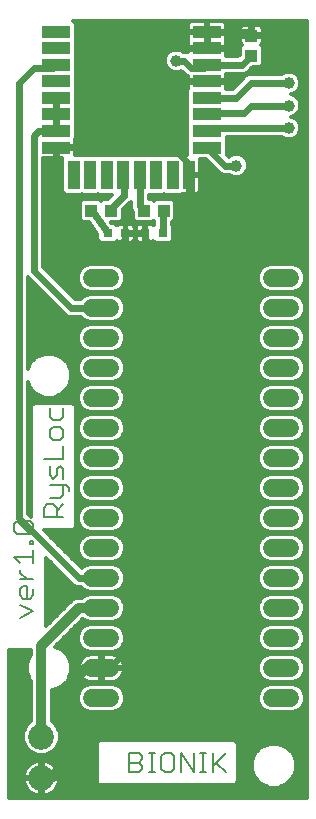
<source format=gtl>
G75*
%MOIN*%
%OFA0B0*%
%FSLAX24Y24*%
%IPPOS*%
%LPD*%
%AMOC8*
5,1,8,0,0,1.08239X$1,22.5*
%
%ADD10C,0.0060*%
%ADD11R,0.0965X0.0394*%
%ADD12R,0.0394X0.0965*%
%ADD13C,0.0600*%
%ADD14R,0.0433X0.0394*%
%ADD15R,0.0394X0.0433*%
%ADD16R,0.0315X0.0315*%
%ADD17C,0.0860*%
%ADD18C,0.0120*%
%ADD19C,0.0240*%
%ADD20C,0.0320*%
%ADD21C,0.0396*%
D10*
X001561Y006355D02*
X001989Y006568D01*
X001561Y006782D01*
X001668Y006999D02*
X001561Y007106D01*
X001561Y007319D01*
X001668Y007426D01*
X001775Y007426D01*
X001775Y006999D01*
X001882Y006999D02*
X001668Y006999D01*
X001882Y006999D02*
X001989Y007106D01*
X001989Y007319D01*
X001989Y007644D02*
X001561Y007644D01*
X001561Y007857D02*
X001561Y007964D01*
X001561Y007857D02*
X001775Y007644D01*
X001989Y008181D02*
X001989Y008608D01*
X001989Y008394D02*
X001348Y008394D01*
X001561Y008181D01*
X001882Y008825D02*
X001882Y008932D01*
X001989Y008932D01*
X001989Y008825D01*
X001882Y008825D01*
X001882Y009148D02*
X001455Y009575D01*
X001882Y009575D01*
X001989Y009468D01*
X001989Y009254D01*
X001882Y009148D01*
X001455Y009148D01*
X001348Y009254D01*
X001348Y009468D01*
X001455Y009575D01*
X002348Y009710D02*
X002348Y010030D01*
X002455Y010137D01*
X002668Y010137D01*
X002775Y010030D01*
X002775Y009710D01*
X002775Y009924D02*
X002989Y010137D01*
X002882Y010355D02*
X002989Y010461D01*
X002989Y010782D01*
X003095Y010782D02*
X003202Y010675D01*
X003202Y010568D01*
X003095Y010782D02*
X002561Y010782D01*
X002668Y010999D02*
X002561Y011106D01*
X002561Y011426D01*
X002775Y011106D02*
X002668Y010999D01*
X002775Y011106D02*
X002775Y011319D01*
X002882Y011426D01*
X002989Y011319D01*
X002989Y010999D01*
X002989Y011644D02*
X002989Y012071D01*
X002882Y012288D02*
X002989Y012395D01*
X002989Y012608D01*
X002882Y012715D01*
X002668Y012715D01*
X002561Y012608D01*
X002561Y012395D01*
X002668Y012288D01*
X002882Y012288D01*
X002882Y012933D02*
X002668Y012933D01*
X002561Y013040D01*
X002561Y013360D01*
X002882Y012933D02*
X002989Y013040D01*
X002989Y013360D01*
X002989Y011644D02*
X002348Y011644D01*
X002561Y010355D02*
X002882Y010355D01*
X002989Y009710D02*
X002348Y009710D01*
X005193Y001851D02*
X005513Y001851D01*
X005620Y001744D01*
X005620Y001637D01*
X005513Y001530D01*
X005193Y001530D01*
X005193Y001210D02*
X005193Y001851D01*
X005513Y001530D02*
X005620Y001424D01*
X005620Y001317D01*
X005513Y001210D01*
X005193Y001210D01*
X005838Y001210D02*
X006051Y001210D01*
X005944Y001210D02*
X005944Y001851D01*
X005838Y001851D02*
X006051Y001851D01*
X006267Y001744D02*
X006267Y001317D01*
X006374Y001210D01*
X006588Y001210D01*
X006694Y001317D01*
X006694Y001744D01*
X006588Y001851D01*
X006374Y001851D01*
X006267Y001744D01*
X006912Y001851D02*
X006912Y001210D01*
X007339Y001210D02*
X006912Y001851D01*
X007339Y001851D02*
X007339Y001210D01*
X007556Y001210D02*
X007770Y001210D01*
X007663Y001210D02*
X007663Y001851D01*
X007556Y001851D02*
X007770Y001851D01*
X007986Y001851D02*
X007986Y001210D01*
X007986Y001424D02*
X008413Y001851D01*
X008093Y001530D02*
X008413Y001210D01*
D11*
X007788Y022030D03*
X007788Y022582D03*
X007788Y023133D03*
X007788Y023684D03*
X007788Y024235D03*
X007788Y024786D03*
X007788Y025337D03*
X007788Y025889D03*
X002749Y025889D03*
X002749Y025337D03*
X002749Y024786D03*
X002749Y024235D03*
X002749Y023684D03*
X002749Y023133D03*
X002749Y022582D03*
X002749Y022030D03*
D12*
X003339Y021127D03*
X003891Y021127D03*
X004442Y021127D03*
X004993Y021127D03*
X005544Y021127D03*
X006095Y021127D03*
X006646Y021127D03*
X007198Y021127D03*
D13*
X004569Y017680D02*
X003969Y017680D01*
X003969Y016680D02*
X004569Y016680D01*
X004569Y015680D02*
X003969Y015680D01*
X003969Y014680D02*
X004569Y014680D01*
X004569Y013680D02*
X003969Y013680D01*
X003969Y012680D02*
X004569Y012680D01*
X004569Y011680D02*
X003969Y011680D01*
X003969Y010680D02*
X004569Y010680D01*
X004569Y009680D02*
X003969Y009680D01*
X003969Y008680D02*
X004569Y008680D01*
X004569Y007680D02*
X003969Y007680D01*
X003969Y006680D02*
X004569Y006680D01*
X004569Y005680D02*
X003969Y005680D01*
X003969Y004680D02*
X004569Y004680D01*
X004569Y003680D02*
X003969Y003680D01*
X009969Y003680D02*
X010569Y003680D01*
X010569Y004680D02*
X009969Y004680D01*
X009969Y005680D02*
X010569Y005680D01*
X010569Y006680D02*
X009969Y006680D01*
X009969Y007680D02*
X010569Y007680D01*
X010569Y008680D02*
X009969Y008680D01*
X009969Y009680D02*
X010569Y009680D01*
X010569Y010680D02*
X009969Y010680D01*
X009969Y011680D02*
X010569Y011680D01*
X010569Y012680D02*
X009969Y012680D01*
X009969Y013680D02*
X010569Y013680D01*
X010569Y014680D02*
X009969Y014680D01*
X009969Y015680D02*
X010569Y015680D01*
X010569Y016680D02*
X009969Y016680D01*
X009969Y017680D02*
X010569Y017680D01*
D14*
X009269Y025095D03*
X009269Y025765D03*
D15*
X006353Y019930D03*
X005684Y019930D03*
X004603Y019930D03*
X003934Y019930D03*
D16*
X004473Y019180D03*
X005064Y019180D03*
X005723Y019180D03*
X006314Y019180D03*
D17*
X002269Y002389D03*
X002269Y001011D03*
D18*
X001199Y000360D02*
X001199Y005267D01*
X001929Y005267D01*
X001929Y005124D01*
X001899Y005094D01*
X001787Y004825D01*
X001787Y004535D01*
X001899Y004266D01*
X001929Y004236D01*
X001929Y002908D01*
X001923Y002906D01*
X001751Y002734D01*
X001659Y002510D01*
X001659Y002267D01*
X001751Y002043D01*
X001923Y001872D01*
X002147Y001779D01*
X002390Y001779D01*
X002614Y001872D01*
X002786Y002043D01*
X002879Y002267D01*
X002879Y002510D01*
X002786Y002734D01*
X002614Y002906D01*
X002609Y002908D01*
X002609Y003949D01*
X002664Y003949D01*
X002933Y004060D01*
X003138Y004266D01*
X003250Y004535D01*
X003250Y004825D01*
X003138Y005094D01*
X002933Y005300D01*
X002711Y005392D01*
X003645Y006325D01*
X003697Y006273D01*
X003873Y006200D01*
X004664Y006200D01*
X004840Y006273D01*
X004975Y006408D01*
X005049Y006585D01*
X005049Y006775D01*
X004975Y006952D01*
X004840Y007087D01*
X004664Y007160D01*
X003873Y007160D01*
X003697Y007087D01*
X003630Y007020D01*
X003451Y007020D01*
X003326Y006968D01*
X003230Y006873D01*
X002432Y006074D01*
X002432Y008342D01*
X003264Y007510D01*
X003349Y007426D01*
X003459Y007380D01*
X003590Y007380D01*
X003697Y007273D01*
X003873Y007200D01*
X004664Y007200D01*
X004840Y007273D01*
X004975Y007408D01*
X005049Y007585D01*
X005049Y007775D01*
X004975Y007952D01*
X004840Y008087D01*
X004664Y008160D01*
X003873Y008160D01*
X003697Y008087D01*
X003616Y008007D01*
X002356Y009267D01*
X003264Y009267D01*
X003287Y009270D01*
X003310Y009276D01*
X003332Y009285D01*
X003352Y009297D01*
X003371Y009311D01*
X003387Y009328D01*
X003402Y009346D01*
X003414Y009367D01*
X003423Y009389D01*
X003429Y009411D01*
X003432Y009435D01*
X003432Y013344D01*
X003429Y013368D01*
X003423Y013391D01*
X003414Y013412D01*
X003402Y013433D01*
X003387Y013452D01*
X003371Y013468D01*
X003352Y013483D01*
X003332Y013494D01*
X003310Y013503D01*
X003287Y013509D01*
X003264Y013513D01*
X002073Y013513D01*
X002050Y013509D01*
X002027Y013503D01*
X002005Y013494D01*
X001985Y013483D01*
X001966Y013468D01*
X001950Y013452D01*
X001935Y013433D01*
X001923Y013412D01*
X001914Y013391D01*
X001908Y013368D01*
X001905Y013344D01*
X001905Y009718D01*
X001819Y009804D01*
X001819Y014209D01*
X001899Y014016D01*
X002104Y013810D01*
X002373Y013699D01*
X002664Y013699D01*
X002933Y013810D01*
X003138Y014016D01*
X003250Y014285D01*
X003250Y014575D01*
X003138Y014844D01*
X002933Y015050D01*
X002664Y015161D01*
X002373Y015161D01*
X002104Y015050D01*
X001899Y014844D01*
X001819Y014651D01*
X001819Y017706D01*
X003014Y016510D01*
X003099Y016426D01*
X003209Y016380D01*
X003590Y016380D01*
X003697Y016273D01*
X003873Y016200D01*
X004664Y016200D01*
X004840Y016273D01*
X004975Y016408D01*
X005049Y016585D01*
X005049Y016775D01*
X004975Y016952D01*
X004840Y017087D01*
X004664Y017160D01*
X003873Y017160D01*
X003697Y017087D01*
X003590Y016980D01*
X003393Y016980D01*
X002319Y018054D01*
X002319Y021674D01*
X002710Y021674D01*
X002710Y021992D01*
X002787Y021992D01*
X002787Y021674D01*
X002963Y021674D01*
X002963Y020570D01*
X003068Y020465D01*
X003611Y020465D01*
X003615Y020469D01*
X003619Y020465D01*
X004162Y020465D01*
X004166Y020469D01*
X004170Y020465D01*
X004629Y020465D01*
X004491Y020327D01*
X004332Y020327D01*
X004269Y020263D01*
X004205Y020327D01*
X003662Y020327D01*
X003557Y020221D01*
X003557Y019639D01*
X003662Y019533D01*
X003858Y019533D01*
X004136Y019138D01*
X004136Y018948D01*
X004241Y018843D01*
X004705Y018843D01*
X004783Y018920D01*
X004808Y018894D01*
X004845Y018873D01*
X004885Y018863D01*
X005045Y018863D01*
X005045Y019161D01*
X005083Y019161D01*
X005083Y019199D01*
X005381Y019199D01*
X005381Y019359D01*
X005370Y019399D01*
X005349Y019436D01*
X005320Y019466D01*
X005283Y019487D01*
X005242Y019497D01*
X005083Y019497D01*
X005083Y019199D01*
X005045Y019199D01*
X005045Y019497D01*
X004885Y019497D01*
X004845Y019487D01*
X004808Y019466D01*
X004783Y019440D01*
X004705Y019517D01*
X004603Y019517D01*
X004591Y019533D01*
X004875Y019533D01*
X004980Y019639D01*
X004980Y019967D01*
X005188Y020176D01*
X005244Y020231D01*
X005244Y020010D01*
X005290Y019900D01*
X005307Y019883D01*
X005307Y019639D01*
X005412Y019533D01*
X005955Y019533D01*
X006014Y019592D01*
X006014Y019450D01*
X006004Y019440D01*
X005979Y019466D01*
X005942Y019487D01*
X005902Y019497D01*
X005742Y019497D01*
X005742Y019199D01*
X005704Y019199D01*
X005704Y019161D01*
X005406Y019161D01*
X005406Y019001D01*
X005417Y018961D01*
X005438Y018924D01*
X005468Y018894D01*
X005504Y018873D01*
X005545Y018863D01*
X005704Y018863D01*
X005704Y019161D01*
X005742Y019161D01*
X005742Y018863D01*
X005902Y018863D01*
X005942Y018873D01*
X005979Y018894D01*
X006004Y018920D01*
X006082Y018843D01*
X006546Y018843D01*
X006651Y018948D01*
X006651Y019412D01*
X006614Y019450D01*
X006614Y019533D01*
X006625Y019533D01*
X006730Y019639D01*
X006730Y020221D01*
X006625Y020327D01*
X006082Y020327D01*
X006019Y020263D01*
X005955Y020327D01*
X005844Y020327D01*
X005844Y020465D01*
X006367Y020465D01*
X006371Y020469D01*
X006375Y020465D01*
X006918Y020465D01*
X006947Y020493D01*
X006980Y020485D01*
X007159Y020485D01*
X007159Y021088D01*
X007236Y021088D01*
X007236Y020485D01*
X007416Y020485D01*
X007456Y020495D01*
X007493Y020517D01*
X007523Y020546D01*
X007544Y020583D01*
X007554Y020624D01*
X007554Y021088D01*
X007236Y021088D01*
X007236Y021165D01*
X007554Y021165D01*
X007554Y021630D01*
X007548Y021654D01*
X007741Y021654D01*
X008219Y021176D01*
X008329Y021130D01*
X008534Y021130D01*
X008554Y021109D01*
X008693Y021052D01*
X008844Y021052D01*
X008983Y021109D01*
X009089Y021216D01*
X009147Y021355D01*
X009147Y021505D01*
X009089Y021644D01*
X008983Y021751D01*
X008844Y021808D01*
X008693Y021808D01*
X008554Y021751D01*
X008534Y021730D01*
X008513Y021730D01*
X008450Y021792D01*
X008450Y022302D01*
X010443Y022302D01*
X010594Y022302D01*
X011109Y022302D01*
X011109Y022184D02*
X008450Y022184D01*
X008450Y022302D02*
X008446Y022306D01*
X008450Y022310D01*
X008450Y022380D01*
X010284Y022380D01*
X010304Y022359D01*
X010443Y022302D01*
X010594Y022302D02*
X010733Y022359D01*
X010839Y022466D01*
X010897Y022605D01*
X010897Y022755D01*
X010839Y022894D01*
X010733Y023001D01*
X010601Y023055D01*
X010733Y023109D01*
X010839Y023216D01*
X010897Y023355D01*
X010897Y023505D01*
X010839Y023644D01*
X010733Y023751D01*
X010601Y023805D01*
X010733Y023859D01*
X010839Y023966D01*
X010897Y024105D01*
X010897Y024255D01*
X010839Y024394D01*
X010733Y024501D01*
X010594Y024558D01*
X010443Y024558D01*
X010304Y024501D01*
X010284Y024480D01*
X009209Y024480D01*
X009099Y024434D01*
X008644Y023980D01*
X008426Y023980D01*
X008422Y023984D01*
X008430Y024017D01*
X008430Y024197D01*
X007827Y024197D01*
X007827Y024274D01*
X008430Y024274D01*
X008430Y024453D01*
X008422Y024486D01*
X009019Y024486D01*
X009129Y024532D01*
X009316Y024719D01*
X009560Y024719D01*
X009665Y024824D01*
X009665Y025367D01*
X009588Y025444D01*
X009613Y025470D01*
X009634Y025506D01*
X009645Y025547D01*
X009645Y025726D01*
X009307Y025726D01*
X009307Y025803D01*
X009645Y025803D01*
X009645Y025983D01*
X009634Y026023D01*
X009613Y026060D01*
X009583Y026090D01*
X009547Y026111D01*
X009506Y026121D01*
X009307Y026121D01*
X009307Y025803D01*
X009230Y025803D01*
X009230Y025726D01*
X008892Y025726D01*
X008892Y025547D01*
X008903Y025506D01*
X008924Y025470D01*
X008949Y025444D01*
X008872Y025367D01*
X008872Y025123D01*
X008835Y025086D01*
X008422Y025086D01*
X008422Y025087D01*
X008430Y025120D01*
X008430Y025299D01*
X007827Y025299D01*
X007827Y025376D01*
X008430Y025376D01*
X008430Y025555D01*
X008420Y025596D01*
X008410Y025613D01*
X008420Y025630D01*
X008430Y025671D01*
X008430Y025850D01*
X007827Y025850D01*
X007827Y025927D01*
X008430Y025927D01*
X008430Y026107D01*
X008420Y026147D01*
X008399Y026184D01*
X008369Y026214D01*
X008332Y026235D01*
X008292Y026246D01*
X007827Y026246D01*
X007827Y025927D01*
X007750Y025927D01*
X007750Y026246D01*
X007285Y026246D01*
X007244Y026235D01*
X007208Y026214D01*
X007178Y026184D01*
X007157Y026147D01*
X007146Y026107D01*
X007146Y025927D01*
X007750Y025927D01*
X007750Y025850D01*
X007827Y025850D01*
X007827Y025532D01*
X007827Y025376D01*
X007750Y025376D01*
X007750Y025850D01*
X007146Y025850D01*
X007146Y025671D01*
X007157Y025630D01*
X007167Y025613D01*
X007157Y025596D01*
X007146Y025555D01*
X007146Y025376D01*
X007750Y025376D01*
X007750Y025299D01*
X007146Y025299D01*
X007146Y025202D01*
X007078Y025230D01*
X007003Y025230D01*
X006983Y025251D01*
X006844Y025308D01*
X006693Y025308D01*
X006554Y025251D01*
X006448Y025144D01*
X006390Y025005D01*
X006390Y024855D01*
X006448Y024716D01*
X006554Y024609D01*
X006693Y024552D01*
X006844Y024552D01*
X006935Y024590D01*
X007014Y024510D01*
X007099Y024426D01*
X007146Y024406D01*
X007146Y024274D01*
X007750Y024274D01*
X007750Y024197D01*
X007146Y024197D01*
X007146Y024017D01*
X007155Y023984D01*
X007126Y023955D01*
X007126Y023413D01*
X007130Y023408D01*
X007126Y023404D01*
X007126Y022861D01*
X007130Y022857D01*
X007126Y022853D01*
X007126Y022310D01*
X007130Y022306D01*
X007126Y022302D01*
X003403Y022302D01*
X003411Y022310D02*
X003411Y022853D01*
X003407Y022857D01*
X003411Y022861D01*
X003411Y023404D01*
X003407Y023408D01*
X003411Y023413D01*
X003411Y023955D01*
X003407Y023960D01*
X003411Y023964D01*
X003411Y024507D01*
X003407Y024511D01*
X003411Y024515D01*
X003411Y025058D01*
X003407Y025062D01*
X003411Y025066D01*
X003411Y025609D01*
X003407Y025613D01*
X003411Y025617D01*
X003411Y026160D01*
X003325Y026246D01*
X011109Y026246D01*
X011109Y000360D01*
X001199Y000360D01*
X001199Y000380D02*
X011109Y000380D01*
X011109Y000498D02*
X002562Y000498D01*
X002578Y000506D02*
X002653Y000561D01*
X002719Y000626D01*
X002773Y000701D01*
X002815Y000784D01*
X002844Y000873D01*
X002859Y000964D01*
X002859Y000972D01*
X004105Y000972D01*
X004105Y000935D02*
X004108Y000911D01*
X004114Y000889D01*
X004123Y000867D01*
X004135Y000846D01*
X004150Y000828D01*
X004166Y000811D01*
X004185Y000797D01*
X004205Y000785D01*
X004227Y000776D01*
X004250Y000770D01*
X004273Y000767D01*
X008647Y000767D01*
X008670Y000770D01*
X008693Y000776D01*
X008715Y000785D01*
X008735Y000797D01*
X008754Y000811D01*
X008771Y000828D01*
X008785Y000846D01*
X008797Y000867D01*
X008806Y000889D01*
X008812Y000911D01*
X008815Y000935D01*
X008815Y002125D01*
X008812Y002149D01*
X008806Y002171D01*
X008797Y002193D01*
X008785Y002214D01*
X008771Y002232D01*
X008754Y002249D01*
X008735Y002263D01*
X008715Y002275D01*
X008693Y002284D01*
X008670Y002290D01*
X008647Y002293D01*
X004273Y002293D01*
X004250Y002290D01*
X004227Y002284D01*
X004205Y002275D01*
X004185Y002263D01*
X004166Y002249D01*
X004150Y002232D01*
X004135Y002214D01*
X004123Y002193D01*
X004114Y002171D01*
X004108Y002149D01*
X004105Y002125D01*
X004105Y000935D01*
X004131Y000854D02*
X002838Y000854D01*
X002859Y000972D02*
X002307Y000972D01*
X002230Y000972D01*
X002307Y000972D01*
X002307Y000421D01*
X002315Y000421D01*
X002407Y000435D01*
X002495Y000464D01*
X002578Y000506D01*
X002709Y000617D02*
X011109Y000617D01*
X011109Y000735D02*
X010251Y000735D01*
X010164Y000699D02*
X010433Y000810D01*
X010638Y001016D01*
X010750Y001285D01*
X010750Y001575D01*
X010638Y001844D01*
X010433Y002050D01*
X010164Y002161D01*
X009873Y002161D01*
X009604Y002050D01*
X009399Y001844D01*
X009287Y001575D01*
X009287Y001285D01*
X009399Y001016D01*
X009604Y000810D01*
X009873Y000699D01*
X010164Y000699D01*
X010476Y000854D02*
X011109Y000854D01*
X011109Y000972D02*
X010595Y000972D01*
X010669Y001091D02*
X011109Y001091D01*
X011109Y001209D02*
X010718Y001209D01*
X010750Y001328D02*
X011109Y001328D01*
X011109Y001446D02*
X010750Y001446D01*
X010750Y001565D02*
X011109Y001565D01*
X011109Y001683D02*
X010705Y001683D01*
X010656Y001802D02*
X011109Y001802D01*
X011109Y001920D02*
X010563Y001920D01*
X010444Y002039D02*
X011109Y002039D01*
X011109Y002157D02*
X010174Y002157D01*
X009863Y002157D02*
X008810Y002157D01*
X008815Y002039D02*
X009593Y002039D01*
X009474Y001920D02*
X008815Y001920D01*
X008815Y001802D02*
X009381Y001802D01*
X009332Y001683D02*
X008815Y001683D01*
X008815Y001565D02*
X009287Y001565D01*
X009287Y001446D02*
X008815Y001446D01*
X008815Y001328D02*
X009287Y001328D01*
X009319Y001209D02*
X008815Y001209D01*
X008815Y001091D02*
X009368Y001091D01*
X009442Y000972D02*
X008815Y000972D01*
X008789Y000854D02*
X009561Y000854D01*
X009786Y000735D02*
X002790Y000735D01*
X002859Y001049D02*
X002859Y001057D01*
X002844Y001149D01*
X002815Y001237D01*
X002773Y001320D01*
X002719Y001395D01*
X002653Y001461D01*
X002578Y001515D01*
X002495Y001557D01*
X002407Y001586D01*
X002315Y001601D01*
X002307Y001601D01*
X002307Y001049D01*
X002859Y001049D01*
X002853Y001091D02*
X004105Y001091D01*
X004105Y001209D02*
X002824Y001209D01*
X002768Y001328D02*
X004105Y001328D01*
X004105Y001446D02*
X002668Y001446D01*
X002473Y001565D02*
X004105Y001565D01*
X004105Y001683D02*
X001199Y001683D01*
X001199Y001565D02*
X002064Y001565D01*
X002042Y001557D02*
X001959Y001515D01*
X001884Y001461D01*
X001818Y001395D01*
X001764Y001320D01*
X001722Y001237D01*
X001693Y001149D01*
X001679Y001057D01*
X001679Y001049D01*
X002230Y001049D01*
X002230Y000972D01*
X002230Y000421D01*
X002222Y000421D01*
X002130Y000435D01*
X002042Y000464D01*
X001959Y000506D01*
X001884Y000561D01*
X001818Y000626D01*
X001764Y000701D01*
X001722Y000784D01*
X001693Y000873D01*
X001679Y000964D01*
X001679Y000972D01*
X001199Y000972D01*
X001199Y000854D02*
X001699Y000854D01*
X001679Y000972D02*
X002230Y000972D01*
X002307Y000972D02*
X002307Y001049D01*
X002230Y001049D01*
X002230Y001601D01*
X002222Y001601D01*
X002130Y001586D01*
X002042Y001557D01*
X002230Y001565D02*
X002307Y001565D01*
X002307Y001446D02*
X002230Y001446D01*
X002230Y001328D02*
X002307Y001328D01*
X002307Y001209D02*
X002230Y001209D01*
X002230Y001091D02*
X002307Y001091D01*
X002307Y000854D02*
X002230Y000854D01*
X002230Y000735D02*
X002307Y000735D01*
X002307Y000617D02*
X002230Y000617D01*
X002230Y000498D02*
X002307Y000498D01*
X001975Y000498D02*
X001199Y000498D01*
X001199Y000617D02*
X001828Y000617D01*
X001747Y000735D02*
X001199Y000735D01*
X001199Y001091D02*
X001684Y001091D01*
X001713Y001209D02*
X001199Y001209D01*
X001199Y001328D02*
X001769Y001328D01*
X001869Y001446D02*
X001199Y001446D01*
X001199Y001802D02*
X002092Y001802D01*
X001874Y001920D02*
X001199Y001920D01*
X001199Y002039D02*
X001756Y002039D01*
X001704Y002157D02*
X001199Y002157D01*
X001199Y002276D02*
X001659Y002276D01*
X001659Y002394D02*
X001199Y002394D01*
X001199Y002513D02*
X001660Y002513D01*
X001709Y002631D02*
X001199Y002631D01*
X001199Y002750D02*
X001767Y002750D01*
X001885Y002868D02*
X001199Y002868D01*
X001199Y002987D02*
X001929Y002987D01*
X001929Y003105D02*
X001199Y003105D01*
X001199Y003224D02*
X001929Y003224D01*
X001929Y003342D02*
X001199Y003342D01*
X001199Y003461D02*
X001929Y003461D01*
X001929Y003579D02*
X001199Y003579D01*
X001199Y003698D02*
X001929Y003698D01*
X001929Y003816D02*
X001199Y003816D01*
X001199Y003935D02*
X001929Y003935D01*
X001929Y004053D02*
X001199Y004053D01*
X001199Y004172D02*
X001929Y004172D01*
X001889Y004290D02*
X001199Y004290D01*
X001199Y004409D02*
X001840Y004409D01*
X001790Y004527D02*
X001199Y004527D01*
X001199Y004646D02*
X001787Y004646D01*
X001787Y004764D02*
X001199Y004764D01*
X001199Y004883D02*
X001811Y004883D01*
X001860Y005001D02*
X001199Y005001D01*
X001199Y005120D02*
X001924Y005120D01*
X001929Y005238D02*
X001199Y005238D01*
X002432Y006186D02*
X002544Y006186D01*
X002432Y006305D02*
X002662Y006305D01*
X002781Y006423D02*
X002432Y006423D01*
X002432Y006542D02*
X002899Y006542D01*
X003018Y006660D02*
X002432Y006660D01*
X002432Y006779D02*
X003136Y006779D01*
X003255Y006897D02*
X002432Y006897D01*
X002432Y007016D02*
X003440Y007016D01*
X003599Y007371D02*
X002432Y007371D01*
X002432Y007253D02*
X003746Y007253D01*
X003810Y007134D02*
X002432Y007134D01*
X002432Y007490D02*
X003285Y007490D01*
X003166Y007608D02*
X002432Y007608D01*
X002432Y007727D02*
X003048Y007727D01*
X002929Y007845D02*
X002432Y007845D01*
X002432Y007964D02*
X002811Y007964D01*
X002692Y008082D02*
X002432Y008082D01*
X002432Y008201D02*
X002574Y008201D01*
X002455Y008319D02*
X002432Y008319D01*
X002711Y008912D02*
X003545Y008912D01*
X003562Y008952D02*
X003489Y008775D01*
X003489Y008585D01*
X003562Y008408D01*
X003697Y008273D01*
X003873Y008200D01*
X004664Y008200D01*
X004840Y008273D01*
X004975Y008408D01*
X005049Y008585D01*
X005049Y008775D01*
X004975Y008952D01*
X004840Y009087D01*
X004664Y009160D01*
X003873Y009160D01*
X003697Y009087D01*
X003562Y008952D01*
X003640Y009030D02*
X002593Y009030D01*
X002474Y009149D02*
X003845Y009149D01*
X003873Y009200D02*
X004664Y009200D01*
X004840Y009273D01*
X004975Y009408D01*
X005049Y009585D01*
X005049Y009775D01*
X004975Y009952D01*
X004840Y010087D01*
X004664Y010160D01*
X003873Y010160D01*
X003697Y010087D01*
X003562Y009952D01*
X003489Y009775D01*
X003489Y009585D01*
X003562Y009408D01*
X003697Y009273D01*
X003873Y009200D01*
X003711Y009267D02*
X003266Y009267D01*
X003421Y009386D02*
X003584Y009386D01*
X003522Y009504D02*
X003432Y009504D01*
X003432Y009623D02*
X003489Y009623D01*
X003489Y009741D02*
X003432Y009741D01*
X003432Y009860D02*
X003523Y009860D01*
X003588Y009978D02*
X003432Y009978D01*
X003432Y010097D02*
X003720Y010097D01*
X003837Y010215D02*
X003432Y010215D01*
X003432Y010334D02*
X003636Y010334D01*
X003697Y010273D02*
X003562Y010408D01*
X003489Y010585D01*
X003489Y010775D01*
X003562Y010952D01*
X003697Y011087D01*
X003873Y011160D01*
X004664Y011160D01*
X004840Y011087D01*
X004975Y010952D01*
X005049Y010775D01*
X005049Y010585D01*
X004975Y010408D01*
X004840Y010273D01*
X004664Y010200D01*
X003873Y010200D01*
X003697Y010273D01*
X003543Y010452D02*
X003432Y010452D01*
X003432Y010571D02*
X003494Y010571D01*
X003489Y010689D02*
X003432Y010689D01*
X003432Y010808D02*
X003502Y010808D01*
X003551Y010926D02*
X003432Y010926D01*
X003432Y011045D02*
X003654Y011045D01*
X003697Y011273D02*
X003562Y011408D01*
X003489Y011585D01*
X003489Y011775D01*
X003562Y011952D01*
X003697Y012087D01*
X003873Y012160D01*
X004664Y012160D01*
X004840Y012087D01*
X004975Y011952D01*
X005049Y011775D01*
X005049Y011585D01*
X004975Y011408D01*
X004840Y011273D01*
X004664Y011200D01*
X003873Y011200D01*
X003697Y011273D01*
X003688Y011282D02*
X003432Y011282D01*
X003432Y011400D02*
X003570Y011400D01*
X003516Y011519D02*
X003432Y011519D01*
X003432Y011637D02*
X003489Y011637D01*
X003489Y011756D02*
X003432Y011756D01*
X003432Y011874D02*
X003529Y011874D01*
X003602Y011993D02*
X003432Y011993D01*
X003432Y012111D02*
X003755Y012111D01*
X003802Y012230D02*
X003432Y012230D01*
X003432Y012348D02*
X003622Y012348D01*
X003562Y012408D02*
X003697Y012273D01*
X003873Y012200D01*
X004664Y012200D01*
X004840Y012273D01*
X004975Y012408D01*
X005049Y012585D01*
X009489Y012585D01*
X009562Y012408D01*
X009697Y012273D01*
X009873Y012200D01*
X010664Y012200D01*
X010840Y012273D01*
X010975Y012408D01*
X011049Y012585D01*
X011109Y012585D01*
X011049Y012585D02*
X011049Y012775D01*
X010975Y012952D01*
X010840Y013087D01*
X010664Y013160D01*
X009873Y013160D01*
X009697Y013087D01*
X009562Y012952D01*
X009489Y012775D01*
X009489Y012585D01*
X009489Y012704D02*
X005049Y012704D01*
X005049Y012775D02*
X005049Y012585D01*
X005000Y012467D02*
X009537Y012467D01*
X009622Y012348D02*
X004915Y012348D01*
X004735Y012230D02*
X009802Y012230D01*
X009873Y012160D02*
X009697Y012087D01*
X009562Y011952D01*
X009489Y011775D01*
X009489Y011585D01*
X009562Y011408D01*
X009697Y011273D01*
X009873Y011200D01*
X010664Y011200D01*
X010840Y011273D01*
X010975Y011408D01*
X011049Y011585D01*
X011049Y011775D01*
X010975Y011952D01*
X010840Y012087D01*
X010664Y012160D01*
X009873Y012160D01*
X009755Y012111D02*
X004782Y012111D01*
X004935Y011993D02*
X009602Y011993D01*
X009529Y011874D02*
X005008Y011874D01*
X005049Y011756D02*
X009489Y011756D01*
X009489Y011637D02*
X005049Y011637D01*
X005021Y011519D02*
X009516Y011519D01*
X009570Y011400D02*
X004967Y011400D01*
X004849Y011282D02*
X009688Y011282D01*
X009697Y011087D02*
X009562Y010952D01*
X009489Y010775D01*
X009489Y010585D01*
X009562Y010408D01*
X009697Y010273D01*
X009873Y010200D01*
X010664Y010200D01*
X010840Y010273D01*
X010975Y010408D01*
X011049Y010585D01*
X011049Y010775D01*
X010975Y010952D01*
X010840Y011087D01*
X010664Y011160D01*
X009873Y011160D01*
X009697Y011087D01*
X009654Y011045D02*
X004883Y011045D01*
X004986Y010926D02*
X009551Y010926D01*
X009502Y010808D02*
X005035Y010808D01*
X005049Y010689D02*
X009489Y010689D01*
X009494Y010571D02*
X005043Y010571D01*
X004994Y010452D02*
X009543Y010452D01*
X009636Y010334D02*
X004901Y010334D01*
X004817Y010097D02*
X009720Y010097D01*
X009697Y010087D02*
X009562Y009952D01*
X009489Y009775D01*
X009489Y009585D01*
X009562Y009408D01*
X009697Y009273D01*
X009873Y009200D01*
X010664Y009200D01*
X010840Y009273D01*
X010975Y009408D01*
X011049Y009585D01*
X011049Y009775D01*
X010975Y009952D01*
X010840Y010087D01*
X010664Y010160D01*
X009873Y010160D01*
X009697Y010087D01*
X009588Y009978D02*
X004949Y009978D01*
X005014Y009860D02*
X009523Y009860D01*
X009489Y009741D02*
X005049Y009741D01*
X005049Y009623D02*
X009489Y009623D01*
X009522Y009504D02*
X005015Y009504D01*
X004953Y009386D02*
X009584Y009386D01*
X009711Y009267D02*
X004826Y009267D01*
X004692Y009149D02*
X009845Y009149D01*
X009873Y009160D02*
X009697Y009087D01*
X009562Y008952D01*
X009489Y008775D01*
X009489Y008585D01*
X009562Y008408D01*
X009697Y008273D01*
X009873Y008200D01*
X010664Y008200D01*
X010840Y008273D01*
X010975Y008408D01*
X011049Y008585D01*
X011049Y008775D01*
X010975Y008952D01*
X010840Y009087D01*
X010664Y009160D01*
X009873Y009160D01*
X009640Y009030D02*
X004897Y009030D01*
X004992Y008912D02*
X009545Y008912D01*
X009496Y008793D02*
X005041Y008793D01*
X005049Y008675D02*
X009489Y008675D01*
X009500Y008556D02*
X005037Y008556D01*
X004988Y008438D02*
X009549Y008438D01*
X009651Y008319D02*
X004886Y008319D01*
X004845Y008082D02*
X009692Y008082D01*
X009697Y008087D02*
X009562Y007952D01*
X009489Y007775D01*
X009489Y007585D01*
X009562Y007408D01*
X009697Y007273D01*
X009873Y007200D01*
X010664Y007200D01*
X010840Y007273D01*
X010975Y007408D01*
X011049Y007585D01*
X011049Y007775D01*
X010975Y007952D01*
X010840Y008087D01*
X010664Y008160D01*
X009873Y008160D01*
X009697Y008087D01*
X009573Y007964D02*
X004964Y007964D01*
X005020Y007845D02*
X009517Y007845D01*
X009489Y007727D02*
X005049Y007727D01*
X005049Y007608D02*
X009489Y007608D01*
X009528Y007490D02*
X005009Y007490D01*
X004938Y007371D02*
X009599Y007371D01*
X009746Y007253D02*
X004791Y007253D01*
X004727Y007134D02*
X009810Y007134D01*
X009873Y007160D02*
X009697Y007087D01*
X009562Y006952D01*
X009489Y006775D01*
X009489Y006585D01*
X009562Y006408D01*
X009697Y006273D01*
X009873Y006200D01*
X010664Y006200D01*
X010840Y006273D01*
X010975Y006408D01*
X011049Y006585D01*
X011049Y006775D01*
X010975Y006952D01*
X010840Y007087D01*
X010664Y007160D01*
X009873Y007160D01*
X009625Y007016D02*
X004912Y007016D01*
X004998Y006897D02*
X009539Y006897D01*
X009490Y006779D02*
X005047Y006779D01*
X005049Y006660D02*
X009489Y006660D01*
X009506Y006542D02*
X005031Y006542D01*
X004982Y006423D02*
X009555Y006423D01*
X009665Y006305D02*
X004872Y006305D01*
X004840Y006087D02*
X004975Y005952D01*
X005049Y005775D01*
X005049Y005585D01*
X004975Y005408D01*
X004840Y005273D01*
X004664Y005200D01*
X003873Y005200D01*
X003697Y005273D01*
X003562Y005408D01*
X003489Y005585D01*
X003489Y005775D01*
X003562Y005952D01*
X003697Y006087D01*
X003873Y006160D01*
X004664Y006160D01*
X004840Y006087D01*
X004860Y006068D02*
X009677Y006068D01*
X009697Y006087D02*
X009562Y005952D01*
X009489Y005775D01*
X009489Y005585D01*
X009562Y005408D01*
X009697Y005273D01*
X009873Y005200D01*
X010664Y005200D01*
X010840Y005273D01*
X010975Y005408D01*
X011049Y005585D01*
X011049Y005775D01*
X010975Y005952D01*
X010840Y006087D01*
X010664Y006160D01*
X009873Y006160D01*
X009697Y006087D01*
X009560Y005949D02*
X004977Y005949D01*
X005026Y005831D02*
X009511Y005831D01*
X009489Y005712D02*
X005049Y005712D01*
X005049Y005594D02*
X009489Y005594D01*
X009534Y005475D02*
X005003Y005475D01*
X004924Y005357D02*
X009613Y005357D01*
X009781Y005238D02*
X004756Y005238D01*
X004704Y005120D02*
X009775Y005120D01*
X009697Y005087D02*
X009562Y004952D01*
X009489Y004775D01*
X009489Y004585D01*
X009562Y004408D01*
X009697Y004273D01*
X009873Y004200D01*
X010664Y004200D01*
X010840Y004273D01*
X010975Y004408D01*
X011049Y004585D01*
X011049Y004775D01*
X010975Y004952D01*
X010840Y005087D01*
X010664Y005160D01*
X009873Y005160D01*
X009697Y005087D01*
X009611Y005001D02*
X004898Y005001D01*
X004919Y004980D02*
X004868Y005031D01*
X004810Y005073D01*
X004745Y005106D01*
X004676Y005129D01*
X004605Y005140D01*
X004309Y005140D01*
X004309Y004720D01*
X005028Y004720D01*
X005017Y004788D01*
X004995Y004857D01*
X004962Y004921D01*
X004919Y004980D01*
X004982Y004883D02*
X009533Y004883D01*
X009489Y004764D02*
X005021Y004764D01*
X005028Y004640D02*
X004309Y004640D01*
X004309Y004720D01*
X004229Y004720D01*
X004229Y005140D01*
X003932Y005140D01*
X003861Y005129D01*
X003792Y005106D01*
X003727Y005073D01*
X003669Y005031D01*
X003618Y004980D01*
X003575Y004921D01*
X003542Y004857D01*
X003520Y004788D01*
X003509Y004720D01*
X004228Y004720D01*
X004228Y004640D01*
X003509Y004640D01*
X003520Y004572D01*
X003542Y004503D01*
X003575Y004439D01*
X003618Y004380D01*
X003669Y004329D01*
X003727Y004287D01*
X003792Y004254D01*
X003861Y004231D01*
X003932Y004220D01*
X004229Y004220D01*
X004229Y004640D01*
X004309Y004640D01*
X004309Y004220D01*
X004605Y004220D01*
X004676Y004231D01*
X004745Y004254D01*
X004810Y004287D01*
X004868Y004329D01*
X004919Y004380D01*
X004962Y004439D01*
X004995Y004503D01*
X005017Y004572D01*
X005028Y004640D01*
X005002Y004527D02*
X009512Y004527D01*
X009489Y004646D02*
X004309Y004646D01*
X004228Y004646D02*
X003250Y004646D01*
X003250Y004764D02*
X003516Y004764D01*
X003555Y004883D02*
X003226Y004883D01*
X003177Y005001D02*
X003639Y005001D01*
X003781Y005238D02*
X002995Y005238D01*
X003113Y005120D02*
X003833Y005120D01*
X003613Y005357D02*
X002796Y005357D01*
X002794Y005475D02*
X003534Y005475D01*
X003489Y005594D02*
X002913Y005594D01*
X003031Y005712D02*
X003489Y005712D01*
X003511Y005831D02*
X003150Y005831D01*
X003268Y005949D02*
X003560Y005949D01*
X003677Y006068D02*
X003387Y006068D01*
X003505Y006186D02*
X011109Y006186D01*
X011109Y006068D02*
X010860Y006068D01*
X010977Y005949D02*
X011109Y005949D01*
X011109Y005831D02*
X011026Y005831D01*
X011049Y005712D02*
X011109Y005712D01*
X011109Y005594D02*
X011049Y005594D01*
X011003Y005475D02*
X011109Y005475D01*
X011109Y005357D02*
X010924Y005357D01*
X010756Y005238D02*
X011109Y005238D01*
X011109Y005120D02*
X010762Y005120D01*
X010926Y005001D02*
X011109Y005001D01*
X011109Y004883D02*
X011004Y004883D01*
X011049Y004764D02*
X011109Y004764D01*
X011109Y004646D02*
X011049Y004646D01*
X011025Y004527D02*
X011109Y004527D01*
X011109Y004409D02*
X010976Y004409D01*
X010857Y004290D02*
X011109Y004290D01*
X011109Y004172D02*
X003044Y004172D01*
X003148Y004290D02*
X003723Y004290D01*
X003597Y004409D02*
X003197Y004409D01*
X003247Y004527D02*
X003535Y004527D01*
X003697Y004087D02*
X003562Y003952D01*
X003489Y003775D01*
X003489Y003585D01*
X003562Y003408D01*
X003697Y003273D01*
X003873Y003200D01*
X004664Y003200D01*
X004840Y003273D01*
X004975Y003408D01*
X005049Y003585D01*
X005049Y003775D01*
X004975Y003952D01*
X004840Y004087D01*
X004664Y004160D01*
X003873Y004160D01*
X003697Y004087D01*
X003663Y004053D02*
X002915Y004053D01*
X002609Y003935D02*
X003554Y003935D01*
X003505Y003816D02*
X002609Y003816D01*
X002609Y003698D02*
X003489Y003698D01*
X003491Y003579D02*
X002609Y003579D01*
X002609Y003461D02*
X003540Y003461D01*
X003628Y003342D02*
X002609Y003342D01*
X002609Y003224D02*
X003816Y003224D01*
X004206Y002276D02*
X002879Y002276D01*
X002879Y002394D02*
X011109Y002394D01*
X011109Y002276D02*
X008714Y002276D01*
X009697Y003273D02*
X009562Y003408D01*
X009489Y003585D01*
X009489Y003775D01*
X009562Y003952D01*
X009697Y004087D01*
X009873Y004160D01*
X010664Y004160D01*
X010840Y004087D01*
X010975Y003952D01*
X011049Y003775D01*
X011049Y003585D01*
X010975Y003408D01*
X010840Y003273D01*
X010664Y003200D01*
X009873Y003200D01*
X009697Y003273D01*
X009628Y003342D02*
X004909Y003342D01*
X004997Y003461D02*
X009540Y003461D01*
X009491Y003579D02*
X005046Y003579D01*
X005049Y003698D02*
X009489Y003698D01*
X009505Y003816D02*
X005032Y003816D01*
X004983Y003935D02*
X009554Y003935D01*
X009663Y004053D02*
X004874Y004053D01*
X004814Y004290D02*
X009680Y004290D01*
X009561Y004409D02*
X004940Y004409D01*
X004721Y003224D02*
X009816Y003224D01*
X010721Y003224D02*
X011109Y003224D01*
X011109Y003342D02*
X010909Y003342D01*
X010997Y003461D02*
X011109Y003461D01*
X011109Y003579D02*
X011046Y003579D01*
X011049Y003698D02*
X011109Y003698D01*
X011109Y003816D02*
X011032Y003816D01*
X010983Y003935D02*
X011109Y003935D01*
X011109Y004053D02*
X010874Y004053D01*
X011109Y003105D02*
X002609Y003105D01*
X002609Y002987D02*
X011109Y002987D01*
X011109Y002868D02*
X002652Y002868D01*
X002770Y002750D02*
X011109Y002750D01*
X011109Y002631D02*
X002828Y002631D01*
X002877Y002513D02*
X011109Y002513D01*
X011109Y006305D02*
X010872Y006305D01*
X010982Y006423D02*
X011109Y006423D01*
X011109Y006542D02*
X011031Y006542D01*
X011049Y006660D02*
X011109Y006660D01*
X011109Y006779D02*
X011047Y006779D01*
X010998Y006897D02*
X011109Y006897D01*
X011109Y007016D02*
X010912Y007016D01*
X010727Y007134D02*
X011109Y007134D01*
X011109Y007253D02*
X010791Y007253D01*
X010938Y007371D02*
X011109Y007371D01*
X011109Y007490D02*
X011009Y007490D01*
X011049Y007608D02*
X011109Y007608D01*
X011109Y007727D02*
X011049Y007727D01*
X011020Y007845D02*
X011109Y007845D01*
X011109Y007964D02*
X010964Y007964D01*
X010845Y008082D02*
X011109Y008082D01*
X011109Y008201D02*
X010665Y008201D01*
X010886Y008319D02*
X011109Y008319D01*
X011109Y008438D02*
X010988Y008438D01*
X011037Y008556D02*
X011109Y008556D01*
X011109Y008675D02*
X011049Y008675D01*
X011041Y008793D02*
X011109Y008793D01*
X011109Y008912D02*
X010992Y008912D01*
X010897Y009030D02*
X011109Y009030D01*
X011109Y009149D02*
X010692Y009149D01*
X010826Y009267D02*
X011109Y009267D01*
X011109Y009386D02*
X010953Y009386D01*
X011015Y009504D02*
X011109Y009504D01*
X011109Y009623D02*
X011049Y009623D01*
X011049Y009741D02*
X011109Y009741D01*
X011109Y009860D02*
X011014Y009860D01*
X010949Y009978D02*
X011109Y009978D01*
X011109Y010097D02*
X010817Y010097D01*
X010700Y010215D02*
X011109Y010215D01*
X011109Y010334D02*
X010901Y010334D01*
X010994Y010452D02*
X011109Y010452D01*
X011109Y010571D02*
X011043Y010571D01*
X011049Y010689D02*
X011109Y010689D01*
X011109Y010808D02*
X011035Y010808D01*
X010986Y010926D02*
X011109Y010926D01*
X011109Y011045D02*
X010883Y011045D01*
X010849Y011282D02*
X011109Y011282D01*
X011109Y011400D02*
X010967Y011400D01*
X011021Y011519D02*
X011109Y011519D01*
X011109Y011637D02*
X011049Y011637D01*
X011049Y011756D02*
X011109Y011756D01*
X011109Y011874D02*
X011008Y011874D01*
X010935Y011993D02*
X011109Y011993D01*
X011109Y012111D02*
X010782Y012111D01*
X010735Y012230D02*
X011109Y012230D01*
X011109Y012348D02*
X010915Y012348D01*
X011000Y012467D02*
X011109Y012467D01*
X011109Y012704D02*
X011049Y012704D01*
X011029Y012822D02*
X011109Y012822D01*
X011109Y012941D02*
X010980Y012941D01*
X010868Y013059D02*
X011109Y013059D01*
X011109Y013178D02*
X003432Y013178D01*
X003432Y013296D02*
X003674Y013296D01*
X003697Y013273D02*
X003873Y013200D01*
X004664Y013200D01*
X004840Y013273D01*
X004975Y013408D01*
X005049Y013585D01*
X005049Y013775D01*
X004975Y013952D01*
X004840Y014087D01*
X004664Y014160D01*
X003873Y014160D01*
X003697Y014087D01*
X003562Y013952D01*
X003489Y013775D01*
X003489Y013585D01*
X003562Y013408D01*
X003697Y013273D01*
X003697Y013087D02*
X003562Y012952D01*
X003489Y012775D01*
X003489Y012585D01*
X003432Y012585D01*
X003489Y012585D02*
X003562Y012408D01*
X003537Y012467D02*
X003432Y012467D01*
X003432Y012704D02*
X003489Y012704D01*
X003508Y012822D02*
X003432Y012822D01*
X003432Y012941D02*
X003557Y012941D01*
X003669Y013059D02*
X003432Y013059D01*
X003697Y013087D02*
X003873Y013160D01*
X004664Y013160D01*
X004840Y013087D01*
X004975Y012952D01*
X005049Y012775D01*
X005029Y012822D02*
X009508Y012822D01*
X009557Y012941D02*
X004980Y012941D01*
X004868Y013059D02*
X009669Y013059D01*
X009697Y013273D02*
X009873Y013200D01*
X010664Y013200D01*
X010840Y013273D01*
X010975Y013408D01*
X011049Y013585D01*
X011049Y013775D01*
X010975Y013952D01*
X010840Y014087D01*
X010664Y014160D01*
X009873Y014160D01*
X009697Y014087D01*
X009562Y013952D01*
X009489Y013775D01*
X009489Y013585D01*
X009562Y013408D01*
X009697Y013273D01*
X009674Y013296D02*
X004863Y013296D01*
X004978Y013415D02*
X009559Y013415D01*
X009510Y013533D02*
X005027Y013533D01*
X005049Y013652D02*
X009489Y013652D01*
X009489Y013770D02*
X005049Y013770D01*
X005002Y013889D02*
X009535Y013889D01*
X009617Y014007D02*
X004920Y014007D01*
X004747Y014126D02*
X009790Y014126D01*
X009873Y014200D02*
X009697Y014273D01*
X009562Y014408D01*
X009489Y014585D01*
X009489Y014775D01*
X009562Y014952D01*
X009697Y015087D01*
X009873Y015160D01*
X010664Y015160D01*
X010840Y015087D01*
X010975Y014952D01*
X011049Y014775D01*
X011049Y014585D01*
X010975Y014408D01*
X010840Y014273D01*
X010664Y014200D01*
X009873Y014200D01*
X009767Y014244D02*
X004770Y014244D01*
X004840Y014273D02*
X004975Y014408D01*
X005049Y014585D01*
X005049Y014775D01*
X004975Y014952D01*
X004840Y015087D01*
X004664Y015160D01*
X003873Y015160D01*
X003697Y015087D01*
X003562Y014952D01*
X003489Y014775D01*
X003489Y014585D01*
X003562Y014408D01*
X003697Y014273D01*
X003873Y014200D01*
X004664Y014200D01*
X004840Y014273D01*
X004930Y014363D02*
X009607Y014363D01*
X009531Y014481D02*
X005006Y014481D01*
X005049Y014600D02*
X009489Y014600D01*
X009489Y014718D02*
X005049Y014718D01*
X005023Y014837D02*
X009514Y014837D01*
X009565Y014955D02*
X004972Y014955D01*
X004854Y015074D02*
X009683Y015074D01*
X009697Y015273D02*
X009562Y015408D01*
X009489Y015585D01*
X009489Y015775D01*
X009562Y015952D01*
X009697Y016087D01*
X009873Y016160D01*
X010664Y016160D01*
X010840Y016087D01*
X010975Y015952D01*
X011049Y015775D01*
X011049Y015585D01*
X010975Y015408D01*
X010840Y015273D01*
X010664Y015200D01*
X009873Y015200D01*
X009697Y015273D01*
X009659Y015311D02*
X004878Y015311D01*
X004840Y015273D02*
X004975Y015408D01*
X005049Y015585D01*
X005049Y015775D01*
X004975Y015952D01*
X004840Y016087D01*
X004664Y016160D01*
X003873Y016160D01*
X003697Y016087D01*
X003562Y015952D01*
X003489Y015775D01*
X003489Y015585D01*
X003562Y015408D01*
X003697Y015273D01*
X003873Y015200D01*
X004664Y015200D01*
X004840Y015273D01*
X004984Y015429D02*
X009553Y015429D01*
X009504Y015548D02*
X005033Y015548D01*
X005049Y015666D02*
X009489Y015666D01*
X009492Y015785D02*
X005045Y015785D01*
X004996Y015903D02*
X009541Y015903D01*
X009631Y016022D02*
X004906Y016022D01*
X004805Y016259D02*
X009732Y016259D01*
X009697Y016273D02*
X009873Y016200D01*
X010664Y016200D01*
X010840Y016273D01*
X010975Y016408D01*
X011049Y016585D01*
X011049Y016775D01*
X010975Y016952D01*
X010840Y017087D01*
X010664Y017160D01*
X009873Y017160D01*
X009697Y017087D01*
X009562Y016952D01*
X009489Y016775D01*
X009489Y016585D01*
X009562Y016408D01*
X009697Y016273D01*
X009593Y016377D02*
X004944Y016377D01*
X005012Y016496D02*
X009525Y016496D01*
X009489Y016614D02*
X005049Y016614D01*
X005049Y016733D02*
X009489Y016733D01*
X009520Y016851D02*
X005017Y016851D01*
X004958Y016970D02*
X009579Y016970D01*
X009699Y017088D02*
X004838Y017088D01*
X004840Y017273D02*
X004975Y017408D01*
X005049Y017585D01*
X005049Y017775D01*
X004975Y017952D01*
X004840Y018087D01*
X004664Y018160D01*
X003873Y018160D01*
X003697Y018087D01*
X003562Y017952D01*
X003489Y017775D01*
X003489Y017585D01*
X003562Y017408D01*
X003697Y017273D01*
X003873Y017200D01*
X004664Y017200D01*
X004840Y017273D01*
X004892Y017325D02*
X009645Y017325D01*
X009697Y017273D02*
X009873Y017200D01*
X010664Y017200D01*
X010840Y017273D01*
X010975Y017408D01*
X011049Y017585D01*
X011049Y017775D01*
X010975Y017952D01*
X010840Y018087D01*
X010664Y018160D01*
X009873Y018160D01*
X009697Y018087D01*
X009562Y017952D01*
X009489Y017775D01*
X009489Y017585D01*
X009562Y017408D01*
X009697Y017273D01*
X009857Y017207D02*
X004680Y017207D01*
X004990Y017444D02*
X009547Y017444D01*
X009498Y017562D02*
X005039Y017562D01*
X005049Y017681D02*
X009489Y017681D01*
X009498Y017799D02*
X005039Y017799D01*
X004990Y017918D02*
X009547Y017918D01*
X009646Y018036D02*
X004891Y018036D01*
X004677Y018155D02*
X009860Y018155D01*
X009825Y016140D02*
X004712Y016140D01*
X003825Y016140D02*
X001819Y016140D01*
X001819Y016022D02*
X003631Y016022D01*
X003541Y015903D02*
X001819Y015903D01*
X001819Y015785D02*
X003492Y015785D01*
X003489Y015666D02*
X001819Y015666D01*
X001819Y015548D02*
X003504Y015548D01*
X003553Y015429D02*
X001819Y015429D01*
X001819Y015311D02*
X003659Y015311D01*
X003683Y015074D02*
X002876Y015074D01*
X003028Y014955D02*
X003565Y014955D01*
X003514Y014837D02*
X003142Y014837D01*
X003191Y014718D02*
X003489Y014718D01*
X003489Y014600D02*
X003240Y014600D01*
X003250Y014481D02*
X003531Y014481D01*
X003607Y014363D02*
X003250Y014363D01*
X003233Y014244D02*
X003767Y014244D01*
X003790Y014126D02*
X003184Y014126D01*
X003130Y014007D02*
X003617Y014007D01*
X003535Y013889D02*
X003011Y013889D01*
X002836Y013770D02*
X003489Y013770D01*
X003489Y013652D02*
X001819Y013652D01*
X001819Y013770D02*
X002201Y013770D01*
X002026Y013889D02*
X001819Y013889D01*
X001819Y014007D02*
X001907Y014007D01*
X001853Y014126D02*
X001819Y014126D01*
X001819Y014718D02*
X001846Y014718D01*
X001819Y014837D02*
X001895Y014837D01*
X001819Y014955D02*
X002009Y014955D01*
X002161Y015074D02*
X001819Y015074D01*
X001819Y015192D02*
X011109Y015192D01*
X011109Y015074D02*
X010854Y015074D01*
X010972Y014955D02*
X011109Y014955D01*
X011109Y014837D02*
X011023Y014837D01*
X011049Y014718D02*
X011109Y014718D01*
X011109Y014600D02*
X011049Y014600D01*
X011006Y014481D02*
X011109Y014481D01*
X011109Y014363D02*
X010930Y014363D01*
X010770Y014244D02*
X011109Y014244D01*
X011109Y014126D02*
X010747Y014126D01*
X010920Y014007D02*
X011109Y014007D01*
X011109Y013889D02*
X011002Y013889D01*
X011049Y013770D02*
X011109Y013770D01*
X011109Y013652D02*
X011049Y013652D01*
X011027Y013533D02*
X011109Y013533D01*
X011109Y013415D02*
X010978Y013415D01*
X010863Y013296D02*
X011109Y013296D01*
X011109Y015311D02*
X010878Y015311D01*
X010984Y015429D02*
X011109Y015429D01*
X011109Y015548D02*
X011033Y015548D01*
X011049Y015666D02*
X011109Y015666D01*
X011109Y015785D02*
X011045Y015785D01*
X010996Y015903D02*
X011109Y015903D01*
X011109Y016022D02*
X010906Y016022D01*
X010712Y016140D02*
X011109Y016140D01*
X011109Y016259D02*
X010805Y016259D01*
X010944Y016377D02*
X011109Y016377D01*
X011109Y016496D02*
X011012Y016496D01*
X011049Y016614D02*
X011109Y016614D01*
X011109Y016733D02*
X011049Y016733D01*
X011017Y016851D02*
X011109Y016851D01*
X011109Y016970D02*
X010958Y016970D01*
X010838Y017088D02*
X011109Y017088D01*
X011109Y017207D02*
X010680Y017207D01*
X010892Y017325D02*
X011109Y017325D01*
X011109Y017444D02*
X010990Y017444D01*
X011039Y017562D02*
X011109Y017562D01*
X011109Y017681D02*
X011049Y017681D01*
X011039Y017799D02*
X011109Y017799D01*
X011109Y017918D02*
X010990Y017918D01*
X010891Y018036D02*
X011109Y018036D01*
X011109Y018155D02*
X010677Y018155D01*
X011109Y018273D02*
X002319Y018273D01*
X002319Y018155D02*
X003860Y018155D01*
X003646Y018036D02*
X002337Y018036D01*
X002455Y017918D02*
X003547Y017918D01*
X003498Y017799D02*
X002574Y017799D01*
X002692Y017681D02*
X003489Y017681D01*
X003498Y017562D02*
X002811Y017562D01*
X002929Y017444D02*
X003547Y017444D01*
X003645Y017325D02*
X003048Y017325D01*
X003166Y017207D02*
X003857Y017207D01*
X003699Y017088D02*
X003285Y017088D01*
X003014Y016510D02*
X003014Y016510D01*
X003029Y016496D02*
X001819Y016496D01*
X001819Y016614D02*
X002910Y016614D01*
X002792Y016733D02*
X001819Y016733D01*
X001819Y016851D02*
X002673Y016851D01*
X002555Y016970D02*
X001819Y016970D01*
X001819Y017088D02*
X002436Y017088D01*
X002318Y017207D02*
X001819Y017207D01*
X001819Y017325D02*
X002199Y017325D01*
X002081Y017444D02*
X001819Y017444D01*
X001819Y017562D02*
X001962Y017562D01*
X001844Y017681D02*
X001819Y017681D01*
X002319Y018392D02*
X011109Y018392D01*
X011109Y018510D02*
X002319Y018510D01*
X002319Y018629D02*
X011109Y018629D01*
X011109Y018747D02*
X002319Y018747D01*
X002319Y018866D02*
X004218Y018866D01*
X004136Y018984D02*
X002319Y018984D01*
X002319Y019103D02*
X004136Y019103D01*
X004078Y019221D02*
X002319Y019221D01*
X002319Y019340D02*
X003994Y019340D01*
X003911Y019458D02*
X002319Y019458D01*
X002319Y019577D02*
X003619Y019577D01*
X003557Y019695D02*
X002319Y019695D01*
X002319Y019814D02*
X003557Y019814D01*
X003557Y019932D02*
X002319Y019932D01*
X002319Y020051D02*
X003557Y020051D01*
X003557Y020169D02*
X002319Y020169D01*
X002319Y020288D02*
X003623Y020288D01*
X004244Y020288D02*
X004293Y020288D01*
X004570Y020406D02*
X002319Y020406D01*
X002319Y020525D02*
X003008Y020525D01*
X002963Y020643D02*
X002319Y020643D01*
X002319Y020762D02*
X002963Y020762D01*
X002963Y020880D02*
X002319Y020880D01*
X002319Y020999D02*
X002963Y020999D01*
X002963Y021117D02*
X002319Y021117D01*
X002319Y021236D02*
X002963Y021236D01*
X002963Y021354D02*
X002319Y021354D01*
X002319Y021473D02*
X002963Y021473D01*
X002963Y021591D02*
X002319Y021591D01*
X002710Y021710D02*
X002787Y021710D01*
X002787Y021828D02*
X002710Y021828D01*
X002710Y021947D02*
X002787Y021947D01*
X002787Y021992D02*
X002787Y022069D01*
X003391Y022069D01*
X003391Y022248D01*
X003382Y022281D01*
X003411Y022310D01*
X003411Y022421D02*
X007126Y022421D01*
X007126Y022539D02*
X003411Y022539D01*
X003411Y022658D02*
X007126Y022658D01*
X007126Y022776D02*
X003411Y022776D01*
X003411Y022895D02*
X007126Y022895D01*
X007126Y023013D02*
X003411Y023013D01*
X003411Y023132D02*
X007126Y023132D01*
X007126Y023250D02*
X003411Y023250D01*
X003411Y023369D02*
X007126Y023369D01*
X007126Y023487D02*
X003411Y023487D01*
X003411Y023606D02*
X007126Y023606D01*
X007126Y023724D02*
X003411Y023724D01*
X003411Y023843D02*
X007126Y023843D01*
X007132Y023961D02*
X003408Y023961D01*
X003411Y024080D02*
X007146Y024080D01*
X007146Y024317D02*
X003411Y024317D01*
X003411Y024435D02*
X007089Y024435D01*
X006971Y024554D02*
X006848Y024554D01*
X006689Y024554D02*
X003411Y024554D01*
X003411Y024672D02*
X006492Y024672D01*
X006417Y024791D02*
X003411Y024791D01*
X003411Y024909D02*
X006390Y024909D01*
X006400Y025028D02*
X003411Y025028D01*
X003411Y025146D02*
X006450Y025146D01*
X006588Y025265D02*
X003411Y025265D01*
X003411Y025383D02*
X007146Y025383D01*
X007146Y025265D02*
X006949Y025265D01*
X007146Y025502D02*
X003411Y025502D01*
X003411Y025620D02*
X007163Y025620D01*
X007146Y025739D02*
X003411Y025739D01*
X003411Y025857D02*
X007750Y025857D01*
X007827Y025857D02*
X008892Y025857D01*
X008892Y025803D02*
X008892Y025983D01*
X008903Y026023D01*
X008924Y026060D01*
X008954Y026090D01*
X008990Y026111D01*
X009031Y026121D01*
X009230Y026121D01*
X009230Y025803D01*
X008892Y025803D01*
X008892Y025976D02*
X008430Y025976D01*
X008430Y026094D02*
X008962Y026094D01*
X008892Y025620D02*
X008414Y025620D01*
X008430Y025502D02*
X008905Y025502D01*
X008888Y025383D02*
X008430Y025383D01*
X008430Y025265D02*
X008872Y025265D01*
X008872Y025146D02*
X008430Y025146D01*
X008430Y025739D02*
X009230Y025739D01*
X009307Y025739D02*
X011109Y025739D01*
X011109Y025857D02*
X009645Y025857D01*
X009645Y025976D02*
X011109Y025976D01*
X011109Y026094D02*
X009575Y026094D01*
X009645Y025620D02*
X011109Y025620D01*
X011109Y025502D02*
X009632Y025502D01*
X009649Y025383D02*
X011109Y025383D01*
X011109Y025265D02*
X009665Y025265D01*
X009665Y025146D02*
X011109Y025146D01*
X011109Y025028D02*
X009665Y025028D01*
X009665Y024909D02*
X011109Y024909D01*
X011109Y024791D02*
X009632Y024791D01*
X009269Y024672D02*
X011109Y024672D01*
X011109Y024554D02*
X010605Y024554D01*
X010432Y024554D02*
X009151Y024554D01*
X009100Y024435D02*
X008430Y024435D01*
X008422Y024486D02*
X008422Y024486D01*
X008430Y024317D02*
X008981Y024317D01*
X008862Y024198D02*
X007827Y024198D01*
X007750Y024198D02*
X003411Y024198D01*
X003411Y025976D02*
X007146Y025976D01*
X007146Y026094D02*
X003411Y026094D01*
X003359Y026213D02*
X007207Y026213D01*
X007750Y026213D02*
X007827Y026213D01*
X007827Y026094D02*
X007750Y026094D01*
X007750Y025976D02*
X007827Y025976D01*
X007827Y025739D02*
X007750Y025739D01*
X007750Y025620D02*
X007827Y025620D01*
X007827Y025502D02*
X007750Y025502D01*
X007750Y025383D02*
X007827Y025383D01*
X008370Y026213D02*
X011109Y026213D01*
X011109Y024435D02*
X010798Y024435D01*
X010871Y024317D02*
X011109Y024317D01*
X011109Y024198D02*
X010897Y024198D01*
X010886Y024080D02*
X011109Y024080D01*
X011109Y023961D02*
X010834Y023961D01*
X010692Y023843D02*
X011109Y023843D01*
X011109Y023724D02*
X010759Y023724D01*
X010855Y023606D02*
X011109Y023606D01*
X011109Y023487D02*
X010897Y023487D01*
X010897Y023369D02*
X011109Y023369D01*
X011109Y023250D02*
X010853Y023250D01*
X010755Y023132D02*
X011109Y023132D01*
X011109Y023013D02*
X010702Y023013D01*
X010839Y022895D02*
X011109Y022895D01*
X011109Y022776D02*
X010888Y022776D01*
X010897Y022658D02*
X011109Y022658D01*
X011109Y022539D02*
X010869Y022539D01*
X010794Y022421D02*
X011109Y022421D01*
X011109Y022065D02*
X008450Y022065D01*
X008450Y021947D02*
X011109Y021947D01*
X011109Y021828D02*
X008450Y021828D01*
X008159Y021236D02*
X007554Y021236D01*
X007554Y021354D02*
X008040Y021354D01*
X007922Y021473D02*
X007554Y021473D01*
X007554Y021591D02*
X007803Y021591D01*
X007554Y020999D02*
X011109Y020999D01*
X011109Y021117D02*
X008990Y021117D01*
X009097Y021236D02*
X011109Y021236D01*
X011109Y021354D02*
X009146Y021354D01*
X009147Y021473D02*
X011109Y021473D01*
X011109Y021591D02*
X009111Y021591D01*
X009024Y021710D02*
X011109Y021710D01*
X011109Y020880D02*
X007554Y020880D01*
X007554Y020762D02*
X011109Y020762D01*
X011109Y020643D02*
X007554Y020643D01*
X007501Y020525D02*
X011109Y020525D01*
X011109Y020406D02*
X005844Y020406D01*
X005994Y020288D02*
X006043Y020288D01*
X006014Y019577D02*
X005998Y019577D01*
X005986Y019458D02*
X006014Y019458D01*
X005742Y019458D02*
X005704Y019458D01*
X005704Y019497D02*
X005545Y019497D01*
X005504Y019487D01*
X005468Y019466D01*
X005438Y019436D01*
X005417Y019399D01*
X005406Y019359D01*
X005406Y019199D01*
X005704Y019199D01*
X005704Y019497D01*
X005704Y019340D02*
X005742Y019340D01*
X005742Y019221D02*
X005704Y019221D01*
X005704Y019103D02*
X005742Y019103D01*
X005742Y018984D02*
X005704Y018984D01*
X005704Y018866D02*
X005742Y018866D01*
X005913Y018866D02*
X006059Y018866D01*
X006569Y018866D02*
X011109Y018866D01*
X011109Y018984D02*
X006651Y018984D01*
X006651Y019103D02*
X011109Y019103D01*
X011109Y019221D02*
X006651Y019221D01*
X006651Y019340D02*
X011109Y019340D01*
X011109Y019458D02*
X006614Y019458D01*
X006668Y019577D02*
X011109Y019577D01*
X011109Y019695D02*
X006730Y019695D01*
X006730Y019814D02*
X011109Y019814D01*
X011109Y019932D02*
X006730Y019932D01*
X006730Y020051D02*
X011109Y020051D01*
X011109Y020169D02*
X006730Y020169D01*
X006664Y020288D02*
X011109Y020288D01*
X009307Y025857D02*
X009230Y025857D01*
X009230Y025976D02*
X009307Y025976D01*
X009307Y026094D02*
X009230Y026094D01*
X008744Y024080D02*
X008430Y024080D01*
X008547Y021117D02*
X007236Y021117D01*
X007236Y020999D02*
X007159Y020999D01*
X007159Y020880D02*
X007236Y020880D01*
X007236Y020762D02*
X007159Y020762D01*
X007159Y020643D02*
X007236Y020643D01*
X007236Y020525D02*
X007159Y020525D01*
X007126Y021769D02*
X006980Y021769D01*
X006947Y021760D01*
X006918Y021789D01*
X006375Y021789D01*
X006371Y021785D01*
X006367Y021789D01*
X005824Y021789D01*
X005820Y021785D01*
X005816Y021789D01*
X005273Y021789D01*
X005269Y021785D01*
X005264Y021789D01*
X004722Y021789D01*
X004717Y021785D01*
X004713Y021789D01*
X004170Y021789D01*
X004166Y021785D01*
X004162Y021789D01*
X003619Y021789D01*
X003615Y021785D01*
X003611Y021789D01*
X003385Y021789D01*
X003391Y021812D01*
X003391Y021992D01*
X002787Y021992D01*
X002787Y022065D02*
X007126Y022065D01*
X007126Y021947D02*
X003391Y021947D01*
X003391Y021828D02*
X007126Y021828D01*
X007126Y021769D02*
X007126Y022302D01*
X007126Y022184D02*
X003391Y022184D01*
X004765Y019458D02*
X004801Y019458D01*
X004918Y019577D02*
X005369Y019577D01*
X005327Y019458D02*
X005460Y019458D01*
X005406Y019340D02*
X005381Y019340D01*
X005381Y019221D02*
X005406Y019221D01*
X005381Y019161D02*
X005083Y019161D01*
X005083Y018863D01*
X005242Y018863D01*
X005283Y018873D01*
X005320Y018894D01*
X005349Y018924D01*
X005370Y018961D01*
X005381Y019001D01*
X005381Y019161D01*
X005381Y019103D02*
X005406Y019103D01*
X005410Y018984D02*
X005377Y018984D01*
X005254Y018866D02*
X005533Y018866D01*
X005307Y019695D02*
X004980Y019695D01*
X004980Y019814D02*
X005307Y019814D01*
X005276Y019932D02*
X004980Y019932D01*
X005063Y020051D02*
X005244Y020051D01*
X005244Y020169D02*
X005182Y020169D01*
X005083Y019458D02*
X005045Y019458D01*
X005045Y019340D02*
X005083Y019340D01*
X005083Y019221D02*
X005045Y019221D01*
X005045Y019103D02*
X005083Y019103D01*
X005083Y018984D02*
X005045Y018984D01*
X005045Y018866D02*
X005083Y018866D01*
X004874Y018866D02*
X004728Y018866D01*
X003732Y016259D02*
X001819Y016259D01*
X001819Y016377D02*
X003593Y016377D01*
X003510Y013533D02*
X001819Y013533D01*
X001819Y013415D02*
X001925Y013415D01*
X001905Y013296D02*
X001819Y013296D01*
X001819Y013178D02*
X001905Y013178D01*
X001905Y013059D02*
X001819Y013059D01*
X001819Y012941D02*
X001905Y012941D01*
X001905Y012822D02*
X001819Y012822D01*
X001819Y012704D02*
X001905Y012704D01*
X001905Y012585D02*
X001819Y012585D01*
X001819Y012467D02*
X001905Y012467D01*
X001905Y012348D02*
X001819Y012348D01*
X001819Y012230D02*
X001905Y012230D01*
X001905Y012111D02*
X001819Y012111D01*
X001819Y011993D02*
X001905Y011993D01*
X001905Y011874D02*
X001819Y011874D01*
X001819Y011756D02*
X001905Y011756D01*
X001905Y011637D02*
X001819Y011637D01*
X001819Y011519D02*
X001905Y011519D01*
X001905Y011400D02*
X001819Y011400D01*
X001819Y011282D02*
X001905Y011282D01*
X001905Y011163D02*
X001819Y011163D01*
X001819Y011045D02*
X001905Y011045D01*
X001905Y010926D02*
X001819Y010926D01*
X001819Y010808D02*
X001905Y010808D01*
X001905Y010689D02*
X001819Y010689D01*
X001819Y010571D02*
X001905Y010571D01*
X001905Y010452D02*
X001819Y010452D01*
X001819Y010334D02*
X001905Y010334D01*
X001905Y010215D02*
X001819Y010215D01*
X001819Y010097D02*
X001905Y010097D01*
X001905Y009978D02*
X001819Y009978D01*
X001819Y009860D02*
X001905Y009860D01*
X001905Y009741D02*
X001882Y009741D01*
X002830Y008793D02*
X003496Y008793D01*
X003489Y008675D02*
X002948Y008675D01*
X003067Y008556D02*
X003500Y008556D01*
X003549Y008438D02*
X003185Y008438D01*
X003304Y008319D02*
X003651Y008319D01*
X003692Y008082D02*
X003541Y008082D01*
X003422Y008201D02*
X003872Y008201D01*
X003665Y006305D02*
X003624Y006305D01*
X004229Y005120D02*
X004309Y005120D01*
X004309Y005001D02*
X004229Y005001D01*
X004229Y004883D02*
X004309Y004883D01*
X004309Y004764D02*
X004229Y004764D01*
X004229Y004527D02*
X004309Y004527D01*
X004309Y004409D02*
X004229Y004409D01*
X004229Y004290D02*
X004309Y004290D01*
X004111Y002157D02*
X002833Y002157D01*
X002781Y002039D02*
X004105Y002039D01*
X004105Y001920D02*
X002663Y001920D01*
X002445Y001802D02*
X004105Y001802D01*
X004665Y008201D02*
X009872Y008201D01*
X009837Y010215D02*
X004700Y010215D01*
X003432Y011163D02*
X011109Y011163D01*
X003559Y013415D02*
X003412Y013415D01*
D19*
X003269Y016680D02*
X004269Y016680D01*
X004769Y018680D02*
X003269Y018680D01*
X002769Y019430D01*
X002769Y022011D01*
X002749Y022030D01*
X002749Y022582D02*
X002170Y022582D01*
X002019Y022430D01*
X002019Y017930D01*
X003269Y016680D01*
X004473Y019180D02*
X003973Y019891D01*
X003934Y019930D01*
X004603Y019930D02*
X004603Y020015D01*
X005019Y020430D01*
X005019Y021101D01*
X004993Y021127D01*
X005544Y021127D02*
X005544Y020070D01*
X005684Y019930D01*
X005723Y019180D02*
X005064Y019180D01*
X005064Y018975D01*
X004769Y018680D01*
X005723Y018975D02*
X006394Y018305D01*
X006394Y006555D01*
X004519Y004680D01*
X004269Y004680D01*
X004269Y007680D02*
X003519Y007680D01*
X001519Y009680D01*
X001519Y024180D01*
X002019Y024680D01*
X002643Y024680D01*
X002749Y024786D01*
X002749Y023684D02*
X002749Y023133D01*
X002749Y022582D01*
X005723Y019180D02*
X005723Y018975D01*
X006314Y019180D02*
X006314Y019891D01*
X006353Y019930D01*
X007269Y019180D02*
X006394Y018305D01*
X007269Y019180D02*
X007269Y021056D01*
X007198Y021127D01*
X007269Y021198D01*
X007269Y021430D01*
X006769Y021930D01*
X006769Y023680D01*
X006269Y024180D01*
X006269Y025180D01*
X006426Y025337D01*
X007788Y025337D01*
X007788Y025889D01*
X009144Y025889D01*
X009269Y025765D01*
X009269Y025095D02*
X008959Y024786D01*
X007788Y024786D01*
X007682Y024680D01*
X007269Y024680D01*
X007019Y024930D01*
X006769Y024930D01*
X007074Y024235D02*
X006769Y023930D01*
X006769Y023680D01*
X007074Y024235D02*
X007788Y024235D01*
X007788Y023684D02*
X007792Y023680D01*
X008769Y023680D01*
X009269Y024180D01*
X010519Y024180D01*
X010519Y023430D02*
X009269Y023430D01*
X009019Y023180D01*
X007835Y023180D01*
X007788Y023133D01*
X007887Y022680D02*
X007788Y022582D01*
X007887Y022680D02*
X010519Y022680D01*
X008769Y021430D02*
X008389Y021430D01*
X007788Y022030D01*
D20*
X004269Y006680D02*
X003519Y006680D01*
X002269Y005430D01*
X002269Y002389D01*
X003269Y001680D02*
X002599Y001011D01*
X002269Y001011D01*
X003269Y001680D02*
X003269Y004180D01*
X003769Y004680D01*
X004269Y004680D01*
D21*
X008769Y021430D03*
X010519Y022680D03*
X010519Y023430D03*
X010519Y024180D03*
X006769Y024930D03*
M02*

</source>
